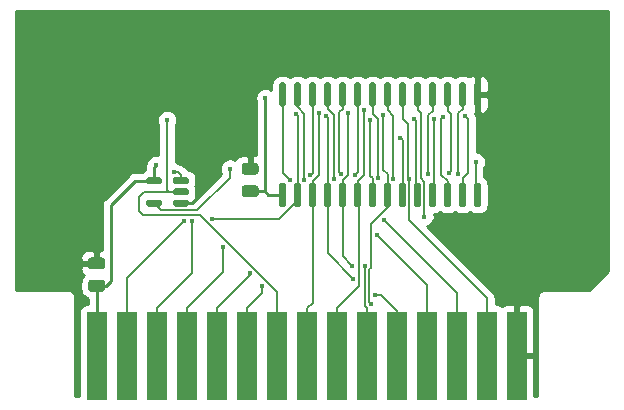
<source format=gbr>
G04 #@! TF.GenerationSoftware,KiCad,Pcbnew,(5.1.8)-1*
G04 #@! TF.CreationDate,2020-11-23T14:08:16+01:00*
G04 #@! TF.ProjectId,MM1_SRAM_64k_A,4d4d315f-5352-4414-9d5f-36346b5f412e,R1*
G04 #@! TF.SameCoordinates,PX6b49d20PY52f83c0*
G04 #@! TF.FileFunction,Copper,L2,Bot*
G04 #@! TF.FilePolarity,Positive*
%FSLAX46Y46*%
G04 Gerber Fmt 4.6, Leading zero omitted, Abs format (unit mm)*
G04 Created by KiCad (PCBNEW (5.1.8)-1) date 2020-11-23 14:08:16*
%MOMM*%
%LPD*%
G01*
G04 APERTURE LIST*
G04 #@! TA.AperFunction,SMDPad,CuDef*
%ADD10R,1.700000X7.500000*%
G04 #@! TD*
G04 #@! TA.AperFunction,ViaPad*
%ADD11C,0.450000*%
G04 #@! TD*
G04 #@! TA.AperFunction,Conductor*
%ADD12C,0.250000*%
G04 #@! TD*
G04 #@! TA.AperFunction,Conductor*
%ADD13C,0.200000*%
G04 #@! TD*
G04 #@! TA.AperFunction,Conductor*
%ADD14C,0.254000*%
G04 #@! TD*
G04 #@! TA.AperFunction,Conductor*
%ADD15C,0.100000*%
G04 #@! TD*
G04 APERTURE END LIST*
G04 #@! TA.AperFunction,SMDPad,CuDef*
G36*
G01*
X23095000Y-15225000D02*
X23395000Y-15225000D01*
G75*
G02*
X23545000Y-15375000I0J-150000D01*
G01*
X23545000Y-17125000D01*
G75*
G02*
X23395000Y-17275000I-150000J0D01*
G01*
X23095000Y-17275000D01*
G75*
G02*
X22945000Y-17125000I0J150000D01*
G01*
X22945000Y-15375000D01*
G75*
G02*
X23095000Y-15225000I150000J0D01*
G01*
G37*
G04 #@! TD.AperFunction*
G04 #@! TA.AperFunction,SMDPad,CuDef*
G36*
G01*
X24365000Y-15225000D02*
X24665000Y-15225000D01*
G75*
G02*
X24815000Y-15375000I0J-150000D01*
G01*
X24815000Y-17125000D01*
G75*
G02*
X24665000Y-17275000I-150000J0D01*
G01*
X24365000Y-17275000D01*
G75*
G02*
X24215000Y-17125000I0J150000D01*
G01*
X24215000Y-15375000D01*
G75*
G02*
X24365000Y-15225000I150000J0D01*
G01*
G37*
G04 #@! TD.AperFunction*
G04 #@! TA.AperFunction,SMDPad,CuDef*
G36*
G01*
X25635000Y-15225000D02*
X25935000Y-15225000D01*
G75*
G02*
X26085000Y-15375000I0J-150000D01*
G01*
X26085000Y-17125000D01*
G75*
G02*
X25935000Y-17275000I-150000J0D01*
G01*
X25635000Y-17275000D01*
G75*
G02*
X25485000Y-17125000I0J150000D01*
G01*
X25485000Y-15375000D01*
G75*
G02*
X25635000Y-15225000I150000J0D01*
G01*
G37*
G04 #@! TD.AperFunction*
G04 #@! TA.AperFunction,SMDPad,CuDef*
G36*
G01*
X26905000Y-15225000D02*
X27205000Y-15225000D01*
G75*
G02*
X27355000Y-15375000I0J-150000D01*
G01*
X27355000Y-17125000D01*
G75*
G02*
X27205000Y-17275000I-150000J0D01*
G01*
X26905000Y-17275000D01*
G75*
G02*
X26755000Y-17125000I0J150000D01*
G01*
X26755000Y-15375000D01*
G75*
G02*
X26905000Y-15225000I150000J0D01*
G01*
G37*
G04 #@! TD.AperFunction*
G04 #@! TA.AperFunction,SMDPad,CuDef*
G36*
G01*
X28175000Y-15225000D02*
X28475000Y-15225000D01*
G75*
G02*
X28625000Y-15375000I0J-150000D01*
G01*
X28625000Y-17125000D01*
G75*
G02*
X28475000Y-17275000I-150000J0D01*
G01*
X28175000Y-17275000D01*
G75*
G02*
X28025000Y-17125000I0J150000D01*
G01*
X28025000Y-15375000D01*
G75*
G02*
X28175000Y-15225000I150000J0D01*
G01*
G37*
G04 #@! TD.AperFunction*
G04 #@! TA.AperFunction,SMDPad,CuDef*
G36*
G01*
X29445000Y-15225000D02*
X29745000Y-15225000D01*
G75*
G02*
X29895000Y-15375000I0J-150000D01*
G01*
X29895000Y-17125000D01*
G75*
G02*
X29745000Y-17275000I-150000J0D01*
G01*
X29445000Y-17275000D01*
G75*
G02*
X29295000Y-17125000I0J150000D01*
G01*
X29295000Y-15375000D01*
G75*
G02*
X29445000Y-15225000I150000J0D01*
G01*
G37*
G04 #@! TD.AperFunction*
G04 #@! TA.AperFunction,SMDPad,CuDef*
G36*
G01*
X30715000Y-15225000D02*
X31015000Y-15225000D01*
G75*
G02*
X31165000Y-15375000I0J-150000D01*
G01*
X31165000Y-17125000D01*
G75*
G02*
X31015000Y-17275000I-150000J0D01*
G01*
X30715000Y-17275000D01*
G75*
G02*
X30565000Y-17125000I0J150000D01*
G01*
X30565000Y-15375000D01*
G75*
G02*
X30715000Y-15225000I150000J0D01*
G01*
G37*
G04 #@! TD.AperFunction*
G04 #@! TA.AperFunction,SMDPad,CuDef*
G36*
G01*
X31985000Y-15225000D02*
X32285000Y-15225000D01*
G75*
G02*
X32435000Y-15375000I0J-150000D01*
G01*
X32435000Y-17125000D01*
G75*
G02*
X32285000Y-17275000I-150000J0D01*
G01*
X31985000Y-17275000D01*
G75*
G02*
X31835000Y-17125000I0J150000D01*
G01*
X31835000Y-15375000D01*
G75*
G02*
X31985000Y-15225000I150000J0D01*
G01*
G37*
G04 #@! TD.AperFunction*
G04 #@! TA.AperFunction,SMDPad,CuDef*
G36*
G01*
X33255000Y-15225000D02*
X33555000Y-15225000D01*
G75*
G02*
X33705000Y-15375000I0J-150000D01*
G01*
X33705000Y-17125000D01*
G75*
G02*
X33555000Y-17275000I-150000J0D01*
G01*
X33255000Y-17275000D01*
G75*
G02*
X33105000Y-17125000I0J150000D01*
G01*
X33105000Y-15375000D01*
G75*
G02*
X33255000Y-15225000I150000J0D01*
G01*
G37*
G04 #@! TD.AperFunction*
G04 #@! TA.AperFunction,SMDPad,CuDef*
G36*
G01*
X34525000Y-15225000D02*
X34825000Y-15225000D01*
G75*
G02*
X34975000Y-15375000I0J-150000D01*
G01*
X34975000Y-17125000D01*
G75*
G02*
X34825000Y-17275000I-150000J0D01*
G01*
X34525000Y-17275000D01*
G75*
G02*
X34375000Y-17125000I0J150000D01*
G01*
X34375000Y-15375000D01*
G75*
G02*
X34525000Y-15225000I150000J0D01*
G01*
G37*
G04 #@! TD.AperFunction*
G04 #@! TA.AperFunction,SMDPad,CuDef*
G36*
G01*
X35795000Y-15225000D02*
X36095000Y-15225000D01*
G75*
G02*
X36245000Y-15375000I0J-150000D01*
G01*
X36245000Y-17125000D01*
G75*
G02*
X36095000Y-17275000I-150000J0D01*
G01*
X35795000Y-17275000D01*
G75*
G02*
X35645000Y-17125000I0J150000D01*
G01*
X35645000Y-15375000D01*
G75*
G02*
X35795000Y-15225000I150000J0D01*
G01*
G37*
G04 #@! TD.AperFunction*
G04 #@! TA.AperFunction,SMDPad,CuDef*
G36*
G01*
X37065000Y-15225000D02*
X37365000Y-15225000D01*
G75*
G02*
X37515000Y-15375000I0J-150000D01*
G01*
X37515000Y-17125000D01*
G75*
G02*
X37365000Y-17275000I-150000J0D01*
G01*
X37065000Y-17275000D01*
G75*
G02*
X36915000Y-17125000I0J150000D01*
G01*
X36915000Y-15375000D01*
G75*
G02*
X37065000Y-15225000I150000J0D01*
G01*
G37*
G04 #@! TD.AperFunction*
G04 #@! TA.AperFunction,SMDPad,CuDef*
G36*
G01*
X38335000Y-15225000D02*
X38635000Y-15225000D01*
G75*
G02*
X38785000Y-15375000I0J-150000D01*
G01*
X38785000Y-17125000D01*
G75*
G02*
X38635000Y-17275000I-150000J0D01*
G01*
X38335000Y-17275000D01*
G75*
G02*
X38185000Y-17125000I0J150000D01*
G01*
X38185000Y-15375000D01*
G75*
G02*
X38335000Y-15225000I150000J0D01*
G01*
G37*
G04 #@! TD.AperFunction*
G04 #@! TA.AperFunction,SMDPad,CuDef*
G36*
G01*
X39605000Y-15225000D02*
X39905000Y-15225000D01*
G75*
G02*
X40055000Y-15375000I0J-150000D01*
G01*
X40055000Y-17125000D01*
G75*
G02*
X39905000Y-17275000I-150000J0D01*
G01*
X39605000Y-17275000D01*
G75*
G02*
X39455000Y-17125000I0J150000D01*
G01*
X39455000Y-15375000D01*
G75*
G02*
X39605000Y-15225000I150000J0D01*
G01*
G37*
G04 #@! TD.AperFunction*
G04 #@! TA.AperFunction,SMDPad,CuDef*
G36*
G01*
X39605000Y-6725000D02*
X39905000Y-6725000D01*
G75*
G02*
X40055000Y-6875000I0J-150000D01*
G01*
X40055000Y-8625000D01*
G75*
G02*
X39905000Y-8775000I-150000J0D01*
G01*
X39605000Y-8775000D01*
G75*
G02*
X39455000Y-8625000I0J150000D01*
G01*
X39455000Y-6875000D01*
G75*
G02*
X39605000Y-6725000I150000J0D01*
G01*
G37*
G04 #@! TD.AperFunction*
G04 #@! TA.AperFunction,SMDPad,CuDef*
G36*
G01*
X38335000Y-6725000D02*
X38635000Y-6725000D01*
G75*
G02*
X38785000Y-6875000I0J-150000D01*
G01*
X38785000Y-8625000D01*
G75*
G02*
X38635000Y-8775000I-150000J0D01*
G01*
X38335000Y-8775000D01*
G75*
G02*
X38185000Y-8625000I0J150000D01*
G01*
X38185000Y-6875000D01*
G75*
G02*
X38335000Y-6725000I150000J0D01*
G01*
G37*
G04 #@! TD.AperFunction*
G04 #@! TA.AperFunction,SMDPad,CuDef*
G36*
G01*
X37065000Y-6725000D02*
X37365000Y-6725000D01*
G75*
G02*
X37515000Y-6875000I0J-150000D01*
G01*
X37515000Y-8625000D01*
G75*
G02*
X37365000Y-8775000I-150000J0D01*
G01*
X37065000Y-8775000D01*
G75*
G02*
X36915000Y-8625000I0J150000D01*
G01*
X36915000Y-6875000D01*
G75*
G02*
X37065000Y-6725000I150000J0D01*
G01*
G37*
G04 #@! TD.AperFunction*
G04 #@! TA.AperFunction,SMDPad,CuDef*
G36*
G01*
X35795000Y-6725000D02*
X36095000Y-6725000D01*
G75*
G02*
X36245000Y-6875000I0J-150000D01*
G01*
X36245000Y-8625000D01*
G75*
G02*
X36095000Y-8775000I-150000J0D01*
G01*
X35795000Y-8775000D01*
G75*
G02*
X35645000Y-8625000I0J150000D01*
G01*
X35645000Y-6875000D01*
G75*
G02*
X35795000Y-6725000I150000J0D01*
G01*
G37*
G04 #@! TD.AperFunction*
G04 #@! TA.AperFunction,SMDPad,CuDef*
G36*
G01*
X34525000Y-6725000D02*
X34825000Y-6725000D01*
G75*
G02*
X34975000Y-6875000I0J-150000D01*
G01*
X34975000Y-8625000D01*
G75*
G02*
X34825000Y-8775000I-150000J0D01*
G01*
X34525000Y-8775000D01*
G75*
G02*
X34375000Y-8625000I0J150000D01*
G01*
X34375000Y-6875000D01*
G75*
G02*
X34525000Y-6725000I150000J0D01*
G01*
G37*
G04 #@! TD.AperFunction*
G04 #@! TA.AperFunction,SMDPad,CuDef*
G36*
G01*
X33255000Y-6725000D02*
X33555000Y-6725000D01*
G75*
G02*
X33705000Y-6875000I0J-150000D01*
G01*
X33705000Y-8625000D01*
G75*
G02*
X33555000Y-8775000I-150000J0D01*
G01*
X33255000Y-8775000D01*
G75*
G02*
X33105000Y-8625000I0J150000D01*
G01*
X33105000Y-6875000D01*
G75*
G02*
X33255000Y-6725000I150000J0D01*
G01*
G37*
G04 #@! TD.AperFunction*
G04 #@! TA.AperFunction,SMDPad,CuDef*
G36*
G01*
X31985000Y-6725000D02*
X32285000Y-6725000D01*
G75*
G02*
X32435000Y-6875000I0J-150000D01*
G01*
X32435000Y-8625000D01*
G75*
G02*
X32285000Y-8775000I-150000J0D01*
G01*
X31985000Y-8775000D01*
G75*
G02*
X31835000Y-8625000I0J150000D01*
G01*
X31835000Y-6875000D01*
G75*
G02*
X31985000Y-6725000I150000J0D01*
G01*
G37*
G04 #@! TD.AperFunction*
G04 #@! TA.AperFunction,SMDPad,CuDef*
G36*
G01*
X30715000Y-6725000D02*
X31015000Y-6725000D01*
G75*
G02*
X31165000Y-6875000I0J-150000D01*
G01*
X31165000Y-8625000D01*
G75*
G02*
X31015000Y-8775000I-150000J0D01*
G01*
X30715000Y-8775000D01*
G75*
G02*
X30565000Y-8625000I0J150000D01*
G01*
X30565000Y-6875000D01*
G75*
G02*
X30715000Y-6725000I150000J0D01*
G01*
G37*
G04 #@! TD.AperFunction*
G04 #@! TA.AperFunction,SMDPad,CuDef*
G36*
G01*
X29445000Y-6725000D02*
X29745000Y-6725000D01*
G75*
G02*
X29895000Y-6875000I0J-150000D01*
G01*
X29895000Y-8625000D01*
G75*
G02*
X29745000Y-8775000I-150000J0D01*
G01*
X29445000Y-8775000D01*
G75*
G02*
X29295000Y-8625000I0J150000D01*
G01*
X29295000Y-6875000D01*
G75*
G02*
X29445000Y-6725000I150000J0D01*
G01*
G37*
G04 #@! TD.AperFunction*
G04 #@! TA.AperFunction,SMDPad,CuDef*
G36*
G01*
X28175000Y-6725000D02*
X28475000Y-6725000D01*
G75*
G02*
X28625000Y-6875000I0J-150000D01*
G01*
X28625000Y-8625000D01*
G75*
G02*
X28475000Y-8775000I-150000J0D01*
G01*
X28175000Y-8775000D01*
G75*
G02*
X28025000Y-8625000I0J150000D01*
G01*
X28025000Y-6875000D01*
G75*
G02*
X28175000Y-6725000I150000J0D01*
G01*
G37*
G04 #@! TD.AperFunction*
G04 #@! TA.AperFunction,SMDPad,CuDef*
G36*
G01*
X26905000Y-6725000D02*
X27205000Y-6725000D01*
G75*
G02*
X27355000Y-6875000I0J-150000D01*
G01*
X27355000Y-8625000D01*
G75*
G02*
X27205000Y-8775000I-150000J0D01*
G01*
X26905000Y-8775000D01*
G75*
G02*
X26755000Y-8625000I0J150000D01*
G01*
X26755000Y-6875000D01*
G75*
G02*
X26905000Y-6725000I150000J0D01*
G01*
G37*
G04 #@! TD.AperFunction*
G04 #@! TA.AperFunction,SMDPad,CuDef*
G36*
G01*
X25635000Y-6725000D02*
X25935000Y-6725000D01*
G75*
G02*
X26085000Y-6875000I0J-150000D01*
G01*
X26085000Y-8625000D01*
G75*
G02*
X25935000Y-8775000I-150000J0D01*
G01*
X25635000Y-8775000D01*
G75*
G02*
X25485000Y-8625000I0J150000D01*
G01*
X25485000Y-6875000D01*
G75*
G02*
X25635000Y-6725000I150000J0D01*
G01*
G37*
G04 #@! TD.AperFunction*
G04 #@! TA.AperFunction,SMDPad,CuDef*
G36*
G01*
X24365000Y-6725000D02*
X24665000Y-6725000D01*
G75*
G02*
X24815000Y-6875000I0J-150000D01*
G01*
X24815000Y-8625000D01*
G75*
G02*
X24665000Y-8775000I-150000J0D01*
G01*
X24365000Y-8775000D01*
G75*
G02*
X24215000Y-8625000I0J150000D01*
G01*
X24215000Y-6875000D01*
G75*
G02*
X24365000Y-6725000I150000J0D01*
G01*
G37*
G04 #@! TD.AperFunction*
G04 #@! TA.AperFunction,SMDPad,CuDef*
G36*
G01*
X23095000Y-6725000D02*
X23395000Y-6725000D01*
G75*
G02*
X23545000Y-6875000I0J-150000D01*
G01*
X23545000Y-8625000D01*
G75*
G02*
X23395000Y-8775000I-150000J0D01*
G01*
X23095000Y-8775000D01*
G75*
G02*
X22945000Y-8625000I0J150000D01*
G01*
X22945000Y-6875000D01*
G75*
G02*
X23095000Y-6725000I150000J0D01*
G01*
G37*
G04 #@! TD.AperFunction*
D10*
X7530000Y-29890000D03*
X10070000Y-29890000D03*
X12610000Y-29890000D03*
X15150000Y-29890000D03*
X17690000Y-29890000D03*
X20230000Y-29890000D03*
X22770000Y-29890000D03*
X25310000Y-29890000D03*
X27850000Y-29890000D03*
X30390000Y-29890000D03*
X32930000Y-29890000D03*
X35470000Y-29890000D03*
X38010000Y-29890000D03*
X40550000Y-29890000D03*
X43090000Y-29890000D03*
G04 #@! TA.AperFunction,SMDPad,CuDef*
G36*
G01*
X7025000Y-21550000D02*
X7975000Y-21550000D01*
G75*
G02*
X8225000Y-21800000I0J-250000D01*
G01*
X8225000Y-22300000D01*
G75*
G02*
X7975000Y-22550000I-250000J0D01*
G01*
X7025000Y-22550000D01*
G75*
G02*
X6775000Y-22300000I0J250000D01*
G01*
X6775000Y-21800000D01*
G75*
G02*
X7025000Y-21550000I250000J0D01*
G01*
G37*
G04 #@! TD.AperFunction*
G04 #@! TA.AperFunction,SMDPad,CuDef*
G36*
G01*
X7025000Y-23450000D02*
X7975000Y-23450000D01*
G75*
G02*
X8225000Y-23700000I0J-250000D01*
G01*
X8225000Y-24200000D01*
G75*
G02*
X7975000Y-24450000I-250000J0D01*
G01*
X7025000Y-24450000D01*
G75*
G02*
X6775000Y-24200000I0J250000D01*
G01*
X6775000Y-23700000D01*
G75*
G02*
X7025000Y-23450000I250000J0D01*
G01*
G37*
G04 #@! TD.AperFunction*
G04 #@! TA.AperFunction,SMDPad,CuDef*
G36*
G01*
X20975000Y-14550000D02*
X20025000Y-14550000D01*
G75*
G02*
X19775000Y-14300000I0J250000D01*
G01*
X19775000Y-13800000D01*
G75*
G02*
X20025000Y-13550000I250000J0D01*
G01*
X20975000Y-13550000D01*
G75*
G02*
X21225000Y-13800000I0J-250000D01*
G01*
X21225000Y-14300000D01*
G75*
G02*
X20975000Y-14550000I-250000J0D01*
G01*
G37*
G04 #@! TD.AperFunction*
G04 #@! TA.AperFunction,SMDPad,CuDef*
G36*
G01*
X20975000Y-16450000D02*
X20025000Y-16450000D01*
G75*
G02*
X19775000Y-16200000I0J250000D01*
G01*
X19775000Y-15700000D01*
G75*
G02*
X20025000Y-15450000I250000J0D01*
G01*
X20975000Y-15450000D01*
G75*
G02*
X21225000Y-15700000I0J-250000D01*
G01*
X21225000Y-16200000D01*
G75*
G02*
X20975000Y-16450000I-250000J0D01*
G01*
G37*
G04 #@! TD.AperFunction*
G04 #@! TA.AperFunction,SMDPad,CuDef*
G36*
G01*
X15300000Y-14900000D02*
X15300000Y-15200000D01*
G75*
G02*
X15150000Y-15350000I-150000J0D01*
G01*
X14125000Y-15350000D01*
G75*
G02*
X13975000Y-15200000I0J150000D01*
G01*
X13975000Y-14900000D01*
G75*
G02*
X14125000Y-14750000I150000J0D01*
G01*
X15150000Y-14750000D01*
G75*
G02*
X15300000Y-14900000I0J-150000D01*
G01*
G37*
G04 #@! TD.AperFunction*
G04 #@! TA.AperFunction,SMDPad,CuDef*
G36*
G01*
X15300000Y-15850000D02*
X15300000Y-16150000D01*
G75*
G02*
X15150000Y-16300000I-150000J0D01*
G01*
X14125000Y-16300000D01*
G75*
G02*
X13975000Y-16150000I0J150000D01*
G01*
X13975000Y-15850000D01*
G75*
G02*
X14125000Y-15700000I150000J0D01*
G01*
X15150000Y-15700000D01*
G75*
G02*
X15300000Y-15850000I0J-150000D01*
G01*
G37*
G04 #@! TD.AperFunction*
G04 #@! TA.AperFunction,SMDPad,CuDef*
G36*
G01*
X15300000Y-16800000D02*
X15300000Y-17100000D01*
G75*
G02*
X15150000Y-17250000I-150000J0D01*
G01*
X14125000Y-17250000D01*
G75*
G02*
X13975000Y-17100000I0J150000D01*
G01*
X13975000Y-16800000D01*
G75*
G02*
X14125000Y-16650000I150000J0D01*
G01*
X15150000Y-16650000D01*
G75*
G02*
X15300000Y-16800000I0J-150000D01*
G01*
G37*
G04 #@! TD.AperFunction*
G04 #@! TA.AperFunction,SMDPad,CuDef*
G36*
G01*
X13025000Y-16800000D02*
X13025000Y-17100000D01*
G75*
G02*
X12875000Y-17250000I-150000J0D01*
G01*
X11850000Y-17250000D01*
G75*
G02*
X11700000Y-17100000I0J150000D01*
G01*
X11700000Y-16800000D01*
G75*
G02*
X11850000Y-16650000I150000J0D01*
G01*
X12875000Y-16650000D01*
G75*
G02*
X13025000Y-16800000I0J-150000D01*
G01*
G37*
G04 #@! TD.AperFunction*
G04 #@! TA.AperFunction,SMDPad,CuDef*
G36*
G01*
X13025000Y-14900000D02*
X13025000Y-15200000D01*
G75*
G02*
X12875000Y-15350000I-150000J0D01*
G01*
X11850000Y-15350000D01*
G75*
G02*
X11700000Y-15200000I0J150000D01*
G01*
X11700000Y-14900000D01*
G75*
G02*
X11850000Y-14750000I150000J0D01*
G01*
X12875000Y-14750000D01*
G75*
G02*
X13025000Y-14900000I0J-150000D01*
G01*
G37*
G04 #@! TD.AperFunction*
D11*
X41486200Y-15931200D03*
X18460000Y-10320000D03*
X21791600Y-8050000D03*
X12549700Y-13734600D03*
X14935900Y-18450700D03*
X30691500Y-9919500D03*
X14023100Y-14321900D03*
X15577000Y-18471400D03*
X34405500Y-9826700D03*
X17311100Y-18265200D03*
X24411885Y-9439078D03*
X18217600Y-20632700D03*
X36825500Y-9634800D03*
X36053600Y-9801800D03*
X20474600Y-22880300D03*
X39608600Y-13470500D03*
X38735964Y-9568228D03*
X21523900Y-23947400D03*
X37304241Y-14440049D03*
X38137847Y-14497960D03*
X35539600Y-14499900D03*
X13468300Y-9920100D03*
X26306000Y-9342400D03*
X23866100Y-14994100D03*
X30105300Y-9075000D03*
X25063500Y-14978400D03*
X30194500Y-22263900D03*
X29162300Y-22263900D03*
X28787700Y-9347749D03*
X30752900Y-25496800D03*
X31766580Y-9520401D03*
X31111800Y-24712100D03*
X25595145Y-14550663D03*
X29224100Y-23352900D03*
X26919392Y-9553585D03*
X31220300Y-19662100D03*
X28157441Y-14478367D03*
X27570200Y-14948600D03*
X31824700Y-18349300D03*
X31367732Y-14797087D03*
X29408263Y-14538144D03*
X33928800Y-14925800D03*
X32640010Y-14891631D03*
X35255300Y-18084700D03*
X18777600Y-14031100D03*
X33230500Y-11420400D03*
D12*
X39755000Y-7750000D02*
X39755000Y-7263600D01*
X14637500Y-16950000D02*
X15550000Y-16950000D01*
X15550000Y-16950000D02*
X16570000Y-15930000D01*
X16570000Y-12210000D02*
X18460000Y-10320000D01*
X16570000Y-15930000D02*
X16570000Y-12210000D01*
X21748000Y-15950000D02*
X21748000Y-8093600D01*
X21748000Y-8093600D02*
X21791600Y-8050000D01*
X23245000Y-16250000D02*
X22048000Y-16250000D01*
X22048000Y-16250000D02*
X21748000Y-15950000D01*
X21748000Y-15950000D02*
X20500000Y-15950000D01*
X7530000Y-23950000D02*
X7530000Y-29890000D01*
X7530000Y-23950000D02*
X7500000Y-23950000D01*
X12362500Y-15050000D02*
X12362500Y-13921800D01*
X12362500Y-13921800D02*
X12549700Y-13734600D01*
X10780000Y-15050000D02*
X12362500Y-15050000D01*
X7500000Y-23950000D02*
X8280000Y-23950000D01*
X8280000Y-23950000D02*
X8700000Y-23530000D01*
X8700000Y-17130000D02*
X10780000Y-15050000D01*
X8700000Y-23530000D02*
X8700000Y-17130000D01*
D13*
X14935900Y-18450700D02*
X10070000Y-23316600D01*
X10070000Y-23316600D02*
X10070000Y-29890000D01*
X30865000Y-14845000D02*
X30691500Y-14671500D01*
X30865000Y-16250000D02*
X30865000Y-14845000D01*
X30691500Y-14671500D02*
X30691500Y-9919500D01*
X14637500Y-15050000D02*
X14637500Y-14537500D01*
X14421900Y-14321900D02*
X14023100Y-14321900D01*
X14637500Y-14537500D02*
X14421900Y-14321900D01*
X15577000Y-18471400D02*
X15577000Y-22892700D01*
X15577000Y-22892700D02*
X12610000Y-25859700D01*
X12610000Y-29890000D02*
X12610000Y-25859700D01*
X34675000Y-16250000D02*
X34564000Y-16139000D01*
X34564000Y-16139000D02*
X34564000Y-9985200D01*
X34564000Y-9985200D02*
X34405500Y-9826700D01*
X24515000Y-16250000D02*
X24515000Y-16716700D01*
X24515000Y-16716700D02*
X22966500Y-18265200D01*
X22966500Y-18265200D02*
X17311100Y-18265200D01*
X24515000Y-9542193D02*
X24411885Y-9439078D01*
X24515000Y-16250000D02*
X24515000Y-9542193D01*
X15150000Y-25859700D02*
X18217600Y-22792100D01*
X18217600Y-22792100D02*
X18217600Y-20632700D01*
X15150000Y-29890000D02*
X15150000Y-25859700D01*
X36825500Y-9634800D02*
X36683200Y-9777100D01*
X37215000Y-16250000D02*
X37215000Y-15065000D01*
X36683200Y-9777100D02*
X36683200Y-14533200D01*
X37215000Y-15065000D02*
X36683200Y-14533200D01*
X35945000Y-16250000D02*
X36053600Y-16141400D01*
X36053600Y-16141400D02*
X36053600Y-9801800D01*
X17690000Y-25859700D02*
X20474600Y-23075100D01*
X20474600Y-23075100D02*
X20474600Y-22880300D01*
X39755000Y-16250000D02*
X39608600Y-16103600D01*
X39608600Y-16103600D02*
X39608600Y-13470500D01*
X17690000Y-29890000D02*
X17690000Y-25859700D01*
X38960963Y-9793227D02*
X38735964Y-9568228D01*
X38485000Y-16250000D02*
X38485000Y-14865000D01*
X38960963Y-14389037D02*
X38960963Y-9793227D01*
X38485000Y-14865000D02*
X38960963Y-14389037D01*
X20230000Y-25859700D02*
X21523900Y-24565800D01*
X21523900Y-24565800D02*
X21523900Y-23947400D01*
X20230000Y-29890000D02*
X20230000Y-25859700D01*
X37515000Y-14229290D02*
X37304241Y-14440049D01*
X37215000Y-9115000D02*
X37515000Y-9415000D01*
X37215000Y-7750000D02*
X37215000Y-9115000D01*
X37515000Y-9415000D02*
X37515000Y-14229290D01*
X38485000Y-8970694D02*
X38137847Y-9317847D01*
X38485000Y-7750000D02*
X38485000Y-8970694D01*
X38137847Y-9317847D02*
X38137847Y-14497960D01*
X35945000Y-9124200D02*
X35539600Y-9529600D01*
X35945000Y-7750000D02*
X35945000Y-9124200D01*
X35539600Y-9529600D02*
X35539600Y-14499900D01*
X11438600Y-17938600D02*
X16247900Y-17938600D01*
X16247900Y-17938600D02*
X22770000Y-24460700D01*
X22770000Y-24460700D02*
X22770000Y-29890000D01*
X14637500Y-16000000D02*
X14186400Y-16000000D01*
X11530000Y-16000000D02*
X11100000Y-16430000D01*
X11100000Y-16430000D02*
X11100000Y-17600000D01*
X11100000Y-17600000D02*
X11438600Y-17938600D01*
X13468300Y-15998300D02*
X13470000Y-16000000D01*
X13470000Y-16000000D02*
X13350000Y-16000000D01*
X13468300Y-9920100D02*
X13468300Y-15811700D01*
X13350000Y-16000000D02*
X11530000Y-16000000D01*
X13468300Y-15811700D02*
X13468300Y-15998300D01*
X13610000Y-16000000D02*
X13470000Y-16000000D01*
X14637500Y-16000000D02*
X13610000Y-16000000D01*
X13468300Y-15881700D02*
X13350000Y-16000000D01*
X13468300Y-15811700D02*
X13468300Y-15881700D01*
X13468300Y-15858300D02*
X13610000Y-16000000D01*
X13468300Y-15811700D02*
X13468300Y-15858300D01*
X25310000Y-29890000D02*
X25310000Y-25859700D01*
X25785000Y-16250000D02*
X25785000Y-25384700D01*
X25785000Y-25384700D02*
X25310000Y-25859700D01*
X25785000Y-15075000D02*
X26306000Y-14554000D01*
X25785000Y-16250000D02*
X25785000Y-15075000D01*
X26306000Y-9342400D02*
X26306000Y-14554000D01*
X23245000Y-7750000D02*
X23245000Y-14373000D01*
X23245000Y-14373000D02*
X23866100Y-14994100D01*
X27850000Y-29890000D02*
X27850000Y-25859700D01*
X29595000Y-16250000D02*
X29689000Y-16344000D01*
X29689000Y-16344000D02*
X29689000Y-22964800D01*
X29689000Y-22964800D02*
X29751500Y-23027300D01*
X29751500Y-23027300D02*
X29751500Y-23958200D01*
X29751500Y-23958200D02*
X27850000Y-25859700D01*
X29595000Y-15065600D02*
X30105300Y-14555300D01*
X30105300Y-14555300D02*
X30105300Y-9075000D01*
X29595000Y-16250000D02*
X29595000Y-15065600D01*
X24515000Y-8828000D02*
X25063500Y-9376500D01*
X24515000Y-7750000D02*
X24515000Y-8828000D01*
X25063500Y-9376500D02*
X25063500Y-14978400D01*
X28325000Y-16250000D02*
X28325000Y-21426600D01*
X28325000Y-21426600D02*
X29162300Y-22263900D01*
X30390000Y-29890000D02*
X30390000Y-25859700D01*
X30194500Y-22263900D02*
X30194500Y-25664200D01*
X30194500Y-25664200D02*
X30390000Y-25859700D01*
X28325000Y-15025000D02*
X28787700Y-14562300D01*
X28325000Y-16250000D02*
X28325000Y-15025000D01*
X28787700Y-14562300D02*
X28787700Y-9347749D01*
X30752900Y-25496800D02*
X30606500Y-25350400D01*
X30606500Y-25350400D02*
X30606500Y-22566500D01*
X30606500Y-22566500D02*
X30699800Y-22473200D01*
X30699800Y-22473200D02*
X30699800Y-18705500D01*
X30699800Y-18705500D02*
X32135000Y-17270300D01*
X32135000Y-17270300D02*
X32135000Y-16250000D01*
X32135000Y-16250000D02*
X32135000Y-14525000D01*
X31766580Y-9520401D02*
X31766580Y-14156580D01*
X31766580Y-14156580D02*
X32135000Y-14525000D01*
X31572100Y-24712100D02*
X32930000Y-26070000D01*
X31111800Y-24712100D02*
X31572100Y-24712100D01*
X32930000Y-29890000D02*
X32930000Y-26070000D01*
X25785000Y-7750000D02*
X25785000Y-14360808D01*
X25785000Y-14360808D02*
X25595145Y-14550663D01*
X27055000Y-16250000D02*
X27055000Y-21183800D01*
X27055000Y-21183800D02*
X29224100Y-23352900D01*
X27055000Y-9689193D02*
X26919392Y-9553585D01*
X27055000Y-16250000D02*
X27055000Y-9689193D01*
X35470000Y-29890000D02*
X35470000Y-23911800D01*
X35470000Y-23911800D02*
X31220300Y-19662100D01*
X28025000Y-14345926D02*
X28157441Y-14478367D01*
X28325000Y-8945000D02*
X28025000Y-9245000D01*
X28325000Y-7750000D02*
X28325000Y-8945000D01*
X28025000Y-9245000D02*
X28025000Y-14345926D01*
X27055000Y-7750000D02*
X27055000Y-8975000D01*
X27055000Y-8975000D02*
X27570200Y-9490200D01*
X27570200Y-9490200D02*
X27570200Y-14948600D01*
X38010000Y-29890000D02*
X38010000Y-24534600D01*
X38010000Y-24534600D02*
X31824700Y-18349300D01*
X30865000Y-7750000D02*
X30865000Y-9366223D01*
X31367732Y-9868955D02*
X31367732Y-14797087D01*
X30865000Y-9366223D02*
X31367732Y-9868955D01*
X29595000Y-7750000D02*
X29595000Y-14351407D01*
X29595000Y-14351407D02*
X29408263Y-14538144D01*
X33866500Y-14863500D02*
X33928800Y-14925800D01*
X40550000Y-29890000D02*
X40550000Y-24984900D01*
X40550000Y-24984900D02*
X33986000Y-18420900D01*
X33986000Y-18420900D02*
X33986000Y-14983000D01*
X33986000Y-14983000D02*
X33928800Y-14925800D01*
X33405000Y-9795000D02*
X33866500Y-10256500D01*
X33405000Y-7750000D02*
X33405000Y-9795000D01*
X33866500Y-10256500D02*
X33866500Y-14863500D01*
X32135000Y-9085000D02*
X32640010Y-9590010D01*
X32135000Y-7750000D02*
X32135000Y-9085000D01*
X32640010Y-9590010D02*
X32640010Y-14891631D01*
X34944400Y-14822700D02*
X35255900Y-15134200D01*
X35255900Y-15134200D02*
X35255900Y-18084100D01*
X34675000Y-9075000D02*
X34944400Y-9344400D01*
X34675000Y-7750000D02*
X34675000Y-9075000D01*
X34944400Y-9344400D02*
X34944400Y-14822700D01*
X35255900Y-18084100D02*
X35255300Y-18084700D01*
X18777600Y-14782400D02*
X18777600Y-14031100D01*
X16005400Y-17554600D02*
X18777600Y-14782400D01*
X12967100Y-17554600D02*
X16005400Y-17554600D01*
X12362500Y-16950000D02*
X12967100Y-17554600D01*
X33405000Y-11594900D02*
X33230500Y-11420400D01*
X33405000Y-16250000D02*
X33405000Y-11594900D01*
D14*
X50790000Y-22705908D02*
X49205909Y-24290000D01*
X45534877Y-24290000D01*
X45500000Y-24286565D01*
X45360816Y-24300273D01*
X45226980Y-24340872D01*
X45103637Y-24406800D01*
X44995525Y-24495525D01*
X44906800Y-24603637D01*
X44840872Y-24726980D01*
X44800273Y-24860816D01*
X44786565Y-25000000D01*
X44790000Y-25034876D01*
X44790001Y-33290000D01*
X44577762Y-33290000D01*
X44575000Y-30175750D01*
X44416250Y-30017000D01*
X43217000Y-30017000D01*
X43217000Y-30037000D01*
X42963000Y-30037000D01*
X42963000Y-30017000D01*
X42943000Y-30017000D01*
X42943000Y-29763000D01*
X42963000Y-29763000D01*
X42963000Y-25663750D01*
X43217000Y-25663750D01*
X43217000Y-29763000D01*
X44416250Y-29763000D01*
X44575000Y-29604250D01*
X44578072Y-26140000D01*
X44565812Y-26015518D01*
X44529502Y-25895820D01*
X44470537Y-25785506D01*
X44391185Y-25688815D01*
X44294494Y-25609463D01*
X44184180Y-25550498D01*
X44064482Y-25514188D01*
X43940000Y-25501928D01*
X43375750Y-25505000D01*
X43217000Y-25663750D01*
X42963000Y-25663750D01*
X42804250Y-25505000D01*
X42240000Y-25501928D01*
X42115518Y-25514188D01*
X41995820Y-25550498D01*
X41885506Y-25609463D01*
X41820000Y-25663222D01*
X41754494Y-25609463D01*
X41644180Y-25550498D01*
X41524482Y-25514188D01*
X41400000Y-25501928D01*
X41285000Y-25501928D01*
X41285000Y-25021005D01*
X41288556Y-24984900D01*
X41274365Y-24840815D01*
X41254203Y-24774351D01*
X41232337Y-24702267D01*
X41164087Y-24574580D01*
X41072238Y-24462662D01*
X41044193Y-24439646D01*
X35513255Y-18908709D01*
X35662663Y-18846822D01*
X35803518Y-18752705D01*
X35923305Y-18632918D01*
X36017422Y-18492063D01*
X36082251Y-18335553D01*
X36115300Y-18169403D01*
X36115300Y-17999997D01*
X36097952Y-17912781D01*
X36248745Y-17897929D01*
X36396582Y-17853084D01*
X36532829Y-17780258D01*
X36580000Y-17741546D01*
X36627171Y-17780258D01*
X36763418Y-17853084D01*
X36911255Y-17897929D01*
X37065000Y-17913072D01*
X37365000Y-17913072D01*
X37518745Y-17897929D01*
X37666582Y-17853084D01*
X37802829Y-17780258D01*
X37850000Y-17741546D01*
X37897171Y-17780258D01*
X38033418Y-17853084D01*
X38181255Y-17897929D01*
X38335000Y-17913072D01*
X38635000Y-17913072D01*
X38788745Y-17897929D01*
X38936582Y-17853084D01*
X39072829Y-17780258D01*
X39120000Y-17741546D01*
X39167171Y-17780258D01*
X39303418Y-17853084D01*
X39451255Y-17897929D01*
X39605000Y-17913072D01*
X39905000Y-17913072D01*
X40058745Y-17897929D01*
X40206582Y-17853084D01*
X40342829Y-17780258D01*
X40462251Y-17682251D01*
X40560258Y-17562829D01*
X40633084Y-17426582D01*
X40677929Y-17278745D01*
X40693072Y-17125000D01*
X40693072Y-15375000D01*
X40677929Y-15221255D01*
X40633084Y-15073418D01*
X40560258Y-14937171D01*
X40462251Y-14817749D01*
X40343600Y-14720375D01*
X40343600Y-13918454D01*
X40370722Y-13877863D01*
X40435551Y-13721353D01*
X40468600Y-13555203D01*
X40468600Y-13385797D01*
X40435551Y-13219647D01*
X40370722Y-13063137D01*
X40276605Y-12922282D01*
X40156818Y-12802495D01*
X40015963Y-12708378D01*
X39859453Y-12643549D01*
X39695963Y-12611029D01*
X39695963Y-9829332D01*
X39699519Y-9793227D01*
X39685328Y-9649142D01*
X39643300Y-9510594D01*
X39633859Y-9492932D01*
X39576483Y-9385589D01*
X39562915Y-9317375D01*
X39562610Y-9316640D01*
X39628000Y-9251250D01*
X39628000Y-7877000D01*
X39882000Y-7877000D01*
X39882000Y-9251250D01*
X40040750Y-9410000D01*
X40055000Y-9413072D01*
X40179482Y-9400812D01*
X40299180Y-9364502D01*
X40409494Y-9305537D01*
X40506185Y-9226185D01*
X40585537Y-9129494D01*
X40644502Y-9019180D01*
X40680812Y-8899482D01*
X40693072Y-8775000D01*
X40690000Y-8035750D01*
X40531250Y-7877000D01*
X39882000Y-7877000D01*
X39628000Y-7877000D01*
X39608000Y-7877000D01*
X39608000Y-7623000D01*
X39628000Y-7623000D01*
X39628000Y-6248750D01*
X39882000Y-6248750D01*
X39882000Y-7623000D01*
X40531250Y-7623000D01*
X40690000Y-7464250D01*
X40693072Y-6725000D01*
X40680812Y-6600518D01*
X40644502Y-6480820D01*
X40585537Y-6370506D01*
X40506185Y-6273815D01*
X40409494Y-6194463D01*
X40299180Y-6135498D01*
X40179482Y-6099188D01*
X40055000Y-6086928D01*
X40040750Y-6090000D01*
X39882000Y-6248750D01*
X39628000Y-6248750D01*
X39469250Y-6090000D01*
X39455000Y-6086928D01*
X39330518Y-6099188D01*
X39210820Y-6135498D01*
X39100506Y-6194463D01*
X39070936Y-6218730D01*
X38936582Y-6146916D01*
X38788745Y-6102071D01*
X38635000Y-6086928D01*
X38335000Y-6086928D01*
X38181255Y-6102071D01*
X38033418Y-6146916D01*
X37897171Y-6219742D01*
X37850000Y-6258454D01*
X37802829Y-6219742D01*
X37666582Y-6146916D01*
X37518745Y-6102071D01*
X37365000Y-6086928D01*
X37065000Y-6086928D01*
X36911255Y-6102071D01*
X36763418Y-6146916D01*
X36627171Y-6219742D01*
X36580000Y-6258454D01*
X36532829Y-6219742D01*
X36396582Y-6146916D01*
X36248745Y-6102071D01*
X36095000Y-6086928D01*
X35795000Y-6086928D01*
X35641255Y-6102071D01*
X35493418Y-6146916D01*
X35357171Y-6219742D01*
X35310000Y-6258454D01*
X35262829Y-6219742D01*
X35126582Y-6146916D01*
X34978745Y-6102071D01*
X34825000Y-6086928D01*
X34525000Y-6086928D01*
X34371255Y-6102071D01*
X34223418Y-6146916D01*
X34087171Y-6219742D01*
X34040000Y-6258454D01*
X33992829Y-6219742D01*
X33856582Y-6146916D01*
X33708745Y-6102071D01*
X33555000Y-6086928D01*
X33255000Y-6086928D01*
X33101255Y-6102071D01*
X32953418Y-6146916D01*
X32817171Y-6219742D01*
X32770000Y-6258454D01*
X32722829Y-6219742D01*
X32586582Y-6146916D01*
X32438745Y-6102071D01*
X32285000Y-6086928D01*
X31985000Y-6086928D01*
X31831255Y-6102071D01*
X31683418Y-6146916D01*
X31547171Y-6219742D01*
X31500000Y-6258454D01*
X31452829Y-6219742D01*
X31316582Y-6146916D01*
X31168745Y-6102071D01*
X31015000Y-6086928D01*
X30715000Y-6086928D01*
X30561255Y-6102071D01*
X30413418Y-6146916D01*
X30277171Y-6219742D01*
X30230000Y-6258454D01*
X30182829Y-6219742D01*
X30046582Y-6146916D01*
X29898745Y-6102071D01*
X29745000Y-6086928D01*
X29445000Y-6086928D01*
X29291255Y-6102071D01*
X29143418Y-6146916D01*
X29007171Y-6219742D01*
X28960000Y-6258454D01*
X28912829Y-6219742D01*
X28776582Y-6146916D01*
X28628745Y-6102071D01*
X28475000Y-6086928D01*
X28175000Y-6086928D01*
X28021255Y-6102071D01*
X27873418Y-6146916D01*
X27737171Y-6219742D01*
X27690000Y-6258454D01*
X27642829Y-6219742D01*
X27506582Y-6146916D01*
X27358745Y-6102071D01*
X27205000Y-6086928D01*
X26905000Y-6086928D01*
X26751255Y-6102071D01*
X26603418Y-6146916D01*
X26467171Y-6219742D01*
X26420000Y-6258454D01*
X26372829Y-6219742D01*
X26236582Y-6146916D01*
X26088745Y-6102071D01*
X25935000Y-6086928D01*
X25635000Y-6086928D01*
X25481255Y-6102071D01*
X25333418Y-6146916D01*
X25197171Y-6219742D01*
X25150000Y-6258454D01*
X25102829Y-6219742D01*
X24966582Y-6146916D01*
X24818745Y-6102071D01*
X24665000Y-6086928D01*
X24365000Y-6086928D01*
X24211255Y-6102071D01*
X24063418Y-6146916D01*
X23927171Y-6219742D01*
X23880000Y-6258454D01*
X23832829Y-6219742D01*
X23696582Y-6146916D01*
X23548745Y-6102071D01*
X23395000Y-6086928D01*
X23095000Y-6086928D01*
X22941255Y-6102071D01*
X22793418Y-6146916D01*
X22657171Y-6219742D01*
X22537749Y-6317749D01*
X22439742Y-6437171D01*
X22366916Y-6573418D01*
X22322071Y-6721255D01*
X22306928Y-6875000D01*
X22306928Y-7360018D01*
X22198963Y-7287878D01*
X22042453Y-7223049D01*
X21876303Y-7190000D01*
X21706897Y-7190000D01*
X21540747Y-7223049D01*
X21384237Y-7287878D01*
X21243382Y-7381995D01*
X21123595Y-7501782D01*
X21029478Y-7642637D01*
X20964649Y-7799147D01*
X20931600Y-7965297D01*
X20931600Y-8134703D01*
X20964649Y-8300853D01*
X20988001Y-8357229D01*
X20988000Y-12913586D01*
X20785750Y-12915000D01*
X20627000Y-13073750D01*
X20627000Y-13923000D01*
X20647000Y-13923000D01*
X20647000Y-14177000D01*
X20627000Y-14177000D01*
X20627000Y-14197000D01*
X20373000Y-14197000D01*
X20373000Y-14177000D01*
X20353000Y-14177000D01*
X20353000Y-13923000D01*
X20373000Y-13923000D01*
X20373000Y-13073750D01*
X20214250Y-12915000D01*
X19775000Y-12911928D01*
X19650518Y-12924188D01*
X19530820Y-12960498D01*
X19420506Y-13019463D01*
X19323815Y-13098815D01*
X19244463Y-13195506D01*
X19199868Y-13278937D01*
X19184963Y-13268978D01*
X19028453Y-13204149D01*
X18862303Y-13171100D01*
X18692897Y-13171100D01*
X18526747Y-13204149D01*
X18370237Y-13268978D01*
X18229382Y-13363095D01*
X18109595Y-13482882D01*
X18015478Y-13623737D01*
X17950649Y-13780247D01*
X17917600Y-13946397D01*
X17917600Y-14115803D01*
X17950649Y-14281953D01*
X18015478Y-14438463D01*
X18042159Y-14478394D01*
X15932018Y-16588535D01*
X15925812Y-16525518D01*
X15890734Y-16409881D01*
X15922929Y-16303745D01*
X15938072Y-16150000D01*
X15938072Y-15850000D01*
X15922929Y-15696255D01*
X15878084Y-15548418D01*
X15865567Y-15525000D01*
X15878084Y-15501582D01*
X15922929Y-15353745D01*
X15938072Y-15200000D01*
X15938072Y-14900000D01*
X15922929Y-14746255D01*
X15878084Y-14598418D01*
X15805258Y-14462171D01*
X15707251Y-14342749D01*
X15587829Y-14244742D01*
X15451582Y-14171916D01*
X15303745Y-14127071D01*
X15246903Y-14121472D01*
X15159738Y-14015262D01*
X15131687Y-13992241D01*
X14967159Y-13827713D01*
X14944138Y-13799662D01*
X14832220Y-13707813D01*
X14704533Y-13639563D01*
X14565985Y-13597535D01*
X14473310Y-13588407D01*
X14430463Y-13559778D01*
X14273953Y-13494949D01*
X14203300Y-13480895D01*
X14203300Y-10368054D01*
X14230422Y-10327463D01*
X14295251Y-10170953D01*
X14328300Y-10004803D01*
X14328300Y-9835397D01*
X14295251Y-9669247D01*
X14230422Y-9512737D01*
X14136305Y-9371882D01*
X14016518Y-9252095D01*
X13875663Y-9157978D01*
X13719153Y-9093149D01*
X13553003Y-9060100D01*
X13383597Y-9060100D01*
X13217447Y-9093149D01*
X13060937Y-9157978D01*
X12920082Y-9252095D01*
X12800295Y-9371882D01*
X12706178Y-9512737D01*
X12641349Y-9669247D01*
X12608300Y-9835397D01*
X12608300Y-10004803D01*
X12641349Y-10170953D01*
X12706178Y-10327463D01*
X12733300Y-10368054D01*
X12733301Y-12894272D01*
X12634403Y-12874600D01*
X12464997Y-12874600D01*
X12298847Y-12907649D01*
X12142337Y-12972478D01*
X12001482Y-13066595D01*
X11881695Y-13186382D01*
X11787578Y-13327237D01*
X11722749Y-13483747D01*
X11715553Y-13519924D01*
X11656954Y-13629554D01*
X11633553Y-13706701D01*
X11613498Y-13772814D01*
X11607870Y-13829955D01*
X11598824Y-13921800D01*
X11602501Y-13959132D01*
X11602501Y-14155510D01*
X11548418Y-14171916D01*
X11412171Y-14244742D01*
X11357024Y-14290000D01*
X10817322Y-14290000D01*
X10779999Y-14286324D01*
X10742676Y-14290000D01*
X10742667Y-14290000D01*
X10631014Y-14300997D01*
X10487753Y-14344454D01*
X10355724Y-14415026D01*
X10239999Y-14509999D01*
X10216201Y-14538997D01*
X8188998Y-16566201D01*
X8160000Y-16589999D01*
X8136202Y-16618997D01*
X8136201Y-16618998D01*
X8065026Y-16705724D01*
X7994454Y-16837754D01*
X7965764Y-16932336D01*
X7950998Y-16981014D01*
X7943178Y-17060407D01*
X7936324Y-17130000D01*
X7940001Y-17167332D01*
X7940000Y-20913921D01*
X7785750Y-20915000D01*
X7627000Y-21073750D01*
X7627000Y-21923000D01*
X7647000Y-21923000D01*
X7647000Y-22177000D01*
X7627000Y-22177000D01*
X7627000Y-22197000D01*
X7373000Y-22197000D01*
X7373000Y-22177000D01*
X6298750Y-22177000D01*
X6140000Y-22335750D01*
X6136928Y-22550000D01*
X6149188Y-22674482D01*
X6185498Y-22794180D01*
X6244463Y-22904494D01*
X6323815Y-23001185D01*
X6403594Y-23066658D01*
X6397038Y-23072038D01*
X6286595Y-23206614D01*
X6204528Y-23360150D01*
X6153992Y-23526746D01*
X6136928Y-23700000D01*
X6136928Y-24200000D01*
X6153992Y-24373254D01*
X6204528Y-24539850D01*
X6286595Y-24693386D01*
X6397038Y-24827962D01*
X6531614Y-24938405D01*
X6685150Y-25020472D01*
X6770000Y-25046211D01*
X6770000Y-25501928D01*
X6680000Y-25501928D01*
X6555518Y-25514188D01*
X6435820Y-25550498D01*
X6325506Y-25609463D01*
X6228815Y-25688815D01*
X6149463Y-25785506D01*
X6090498Y-25895820D01*
X6054188Y-26015518D01*
X6041928Y-26140000D01*
X6041928Y-33290000D01*
X5710000Y-33290000D01*
X5710000Y-25034876D01*
X5713435Y-25000000D01*
X5699727Y-24860816D01*
X5659128Y-24726980D01*
X5593200Y-24603637D01*
X5504475Y-24495525D01*
X5396363Y-24406800D01*
X5273020Y-24340872D01*
X5139184Y-24300273D01*
X5034877Y-24290000D01*
X5000000Y-24286565D01*
X4965123Y-24290000D01*
X710000Y-24290000D01*
X710000Y-21550000D01*
X6136928Y-21550000D01*
X6140000Y-21764250D01*
X6298750Y-21923000D01*
X7373000Y-21923000D01*
X7373000Y-21073750D01*
X7214250Y-20915000D01*
X6775000Y-20911928D01*
X6650518Y-20924188D01*
X6530820Y-20960498D01*
X6420506Y-21019463D01*
X6323815Y-21098815D01*
X6244463Y-21195506D01*
X6185498Y-21305820D01*
X6149188Y-21425518D01*
X6136928Y-21550000D01*
X710000Y-21550000D01*
X710000Y-710000D01*
X50790001Y-710000D01*
X50790000Y-22705908D01*
G04 #@! TA.AperFunction,Conductor*
D15*
G36*
X50790000Y-22705908D02*
G01*
X49205909Y-24290000D01*
X45534877Y-24290000D01*
X45500000Y-24286565D01*
X45360816Y-24300273D01*
X45226980Y-24340872D01*
X45103637Y-24406800D01*
X44995525Y-24495525D01*
X44906800Y-24603637D01*
X44840872Y-24726980D01*
X44800273Y-24860816D01*
X44786565Y-25000000D01*
X44790000Y-25034876D01*
X44790001Y-33290000D01*
X44577762Y-33290000D01*
X44575000Y-30175750D01*
X44416250Y-30017000D01*
X43217000Y-30017000D01*
X43217000Y-30037000D01*
X42963000Y-30037000D01*
X42963000Y-30017000D01*
X42943000Y-30017000D01*
X42943000Y-29763000D01*
X42963000Y-29763000D01*
X42963000Y-25663750D01*
X43217000Y-25663750D01*
X43217000Y-29763000D01*
X44416250Y-29763000D01*
X44575000Y-29604250D01*
X44578072Y-26140000D01*
X44565812Y-26015518D01*
X44529502Y-25895820D01*
X44470537Y-25785506D01*
X44391185Y-25688815D01*
X44294494Y-25609463D01*
X44184180Y-25550498D01*
X44064482Y-25514188D01*
X43940000Y-25501928D01*
X43375750Y-25505000D01*
X43217000Y-25663750D01*
X42963000Y-25663750D01*
X42804250Y-25505000D01*
X42240000Y-25501928D01*
X42115518Y-25514188D01*
X41995820Y-25550498D01*
X41885506Y-25609463D01*
X41820000Y-25663222D01*
X41754494Y-25609463D01*
X41644180Y-25550498D01*
X41524482Y-25514188D01*
X41400000Y-25501928D01*
X41285000Y-25501928D01*
X41285000Y-25021005D01*
X41288556Y-24984900D01*
X41274365Y-24840815D01*
X41254203Y-24774351D01*
X41232337Y-24702267D01*
X41164087Y-24574580D01*
X41072238Y-24462662D01*
X41044193Y-24439646D01*
X35513255Y-18908709D01*
X35662663Y-18846822D01*
X35803518Y-18752705D01*
X35923305Y-18632918D01*
X36017422Y-18492063D01*
X36082251Y-18335553D01*
X36115300Y-18169403D01*
X36115300Y-17999997D01*
X36097952Y-17912781D01*
X36248745Y-17897929D01*
X36396582Y-17853084D01*
X36532829Y-17780258D01*
X36580000Y-17741546D01*
X36627171Y-17780258D01*
X36763418Y-17853084D01*
X36911255Y-17897929D01*
X37065000Y-17913072D01*
X37365000Y-17913072D01*
X37518745Y-17897929D01*
X37666582Y-17853084D01*
X37802829Y-17780258D01*
X37850000Y-17741546D01*
X37897171Y-17780258D01*
X38033418Y-17853084D01*
X38181255Y-17897929D01*
X38335000Y-17913072D01*
X38635000Y-17913072D01*
X38788745Y-17897929D01*
X38936582Y-17853084D01*
X39072829Y-17780258D01*
X39120000Y-17741546D01*
X39167171Y-17780258D01*
X39303418Y-17853084D01*
X39451255Y-17897929D01*
X39605000Y-17913072D01*
X39905000Y-17913072D01*
X40058745Y-17897929D01*
X40206582Y-17853084D01*
X40342829Y-17780258D01*
X40462251Y-17682251D01*
X40560258Y-17562829D01*
X40633084Y-17426582D01*
X40677929Y-17278745D01*
X40693072Y-17125000D01*
X40693072Y-15375000D01*
X40677929Y-15221255D01*
X40633084Y-15073418D01*
X40560258Y-14937171D01*
X40462251Y-14817749D01*
X40343600Y-14720375D01*
X40343600Y-13918454D01*
X40370722Y-13877863D01*
X40435551Y-13721353D01*
X40468600Y-13555203D01*
X40468600Y-13385797D01*
X40435551Y-13219647D01*
X40370722Y-13063137D01*
X40276605Y-12922282D01*
X40156818Y-12802495D01*
X40015963Y-12708378D01*
X39859453Y-12643549D01*
X39695963Y-12611029D01*
X39695963Y-9829332D01*
X39699519Y-9793227D01*
X39685328Y-9649142D01*
X39643300Y-9510594D01*
X39633859Y-9492932D01*
X39576483Y-9385589D01*
X39562915Y-9317375D01*
X39562610Y-9316640D01*
X39628000Y-9251250D01*
X39628000Y-7877000D01*
X39882000Y-7877000D01*
X39882000Y-9251250D01*
X40040750Y-9410000D01*
X40055000Y-9413072D01*
X40179482Y-9400812D01*
X40299180Y-9364502D01*
X40409494Y-9305537D01*
X40506185Y-9226185D01*
X40585537Y-9129494D01*
X40644502Y-9019180D01*
X40680812Y-8899482D01*
X40693072Y-8775000D01*
X40690000Y-8035750D01*
X40531250Y-7877000D01*
X39882000Y-7877000D01*
X39628000Y-7877000D01*
X39608000Y-7877000D01*
X39608000Y-7623000D01*
X39628000Y-7623000D01*
X39628000Y-6248750D01*
X39882000Y-6248750D01*
X39882000Y-7623000D01*
X40531250Y-7623000D01*
X40690000Y-7464250D01*
X40693072Y-6725000D01*
X40680812Y-6600518D01*
X40644502Y-6480820D01*
X40585537Y-6370506D01*
X40506185Y-6273815D01*
X40409494Y-6194463D01*
X40299180Y-6135498D01*
X40179482Y-6099188D01*
X40055000Y-6086928D01*
X40040750Y-6090000D01*
X39882000Y-6248750D01*
X39628000Y-6248750D01*
X39469250Y-6090000D01*
X39455000Y-6086928D01*
X39330518Y-6099188D01*
X39210820Y-6135498D01*
X39100506Y-6194463D01*
X39070936Y-6218730D01*
X38936582Y-6146916D01*
X38788745Y-6102071D01*
X38635000Y-6086928D01*
X38335000Y-6086928D01*
X38181255Y-6102071D01*
X38033418Y-6146916D01*
X37897171Y-6219742D01*
X37850000Y-6258454D01*
X37802829Y-6219742D01*
X37666582Y-6146916D01*
X37518745Y-6102071D01*
X37365000Y-6086928D01*
X37065000Y-6086928D01*
X36911255Y-6102071D01*
X36763418Y-6146916D01*
X36627171Y-6219742D01*
X36580000Y-6258454D01*
X36532829Y-6219742D01*
X36396582Y-6146916D01*
X36248745Y-6102071D01*
X36095000Y-6086928D01*
X35795000Y-6086928D01*
X35641255Y-6102071D01*
X35493418Y-6146916D01*
X35357171Y-6219742D01*
X35310000Y-6258454D01*
X35262829Y-6219742D01*
X35126582Y-6146916D01*
X34978745Y-6102071D01*
X34825000Y-6086928D01*
X34525000Y-6086928D01*
X34371255Y-6102071D01*
X34223418Y-6146916D01*
X34087171Y-6219742D01*
X34040000Y-6258454D01*
X33992829Y-6219742D01*
X33856582Y-6146916D01*
X33708745Y-6102071D01*
X33555000Y-6086928D01*
X33255000Y-6086928D01*
X33101255Y-6102071D01*
X32953418Y-6146916D01*
X32817171Y-6219742D01*
X32770000Y-6258454D01*
X32722829Y-6219742D01*
X32586582Y-6146916D01*
X32438745Y-6102071D01*
X32285000Y-6086928D01*
X31985000Y-6086928D01*
X31831255Y-6102071D01*
X31683418Y-6146916D01*
X31547171Y-6219742D01*
X31500000Y-6258454D01*
X31452829Y-6219742D01*
X31316582Y-6146916D01*
X31168745Y-6102071D01*
X31015000Y-6086928D01*
X30715000Y-6086928D01*
X30561255Y-6102071D01*
X30413418Y-6146916D01*
X30277171Y-6219742D01*
X30230000Y-6258454D01*
X30182829Y-6219742D01*
X30046582Y-6146916D01*
X29898745Y-6102071D01*
X29745000Y-6086928D01*
X29445000Y-6086928D01*
X29291255Y-6102071D01*
X29143418Y-6146916D01*
X29007171Y-6219742D01*
X28960000Y-6258454D01*
X28912829Y-6219742D01*
X28776582Y-6146916D01*
X28628745Y-6102071D01*
X28475000Y-6086928D01*
X28175000Y-6086928D01*
X28021255Y-6102071D01*
X27873418Y-6146916D01*
X27737171Y-6219742D01*
X27690000Y-6258454D01*
X27642829Y-6219742D01*
X27506582Y-6146916D01*
X27358745Y-6102071D01*
X27205000Y-6086928D01*
X26905000Y-6086928D01*
X26751255Y-6102071D01*
X26603418Y-6146916D01*
X26467171Y-6219742D01*
X26420000Y-6258454D01*
X26372829Y-6219742D01*
X26236582Y-6146916D01*
X26088745Y-6102071D01*
X25935000Y-6086928D01*
X25635000Y-6086928D01*
X25481255Y-6102071D01*
X25333418Y-6146916D01*
X25197171Y-6219742D01*
X25150000Y-6258454D01*
X25102829Y-6219742D01*
X24966582Y-6146916D01*
X24818745Y-6102071D01*
X24665000Y-6086928D01*
X24365000Y-6086928D01*
X24211255Y-6102071D01*
X24063418Y-6146916D01*
X23927171Y-6219742D01*
X23880000Y-6258454D01*
X23832829Y-6219742D01*
X23696582Y-6146916D01*
X23548745Y-6102071D01*
X23395000Y-6086928D01*
X23095000Y-6086928D01*
X22941255Y-6102071D01*
X22793418Y-6146916D01*
X22657171Y-6219742D01*
X22537749Y-6317749D01*
X22439742Y-6437171D01*
X22366916Y-6573418D01*
X22322071Y-6721255D01*
X22306928Y-6875000D01*
X22306928Y-7360018D01*
X22198963Y-7287878D01*
X22042453Y-7223049D01*
X21876303Y-7190000D01*
X21706897Y-7190000D01*
X21540747Y-7223049D01*
X21384237Y-7287878D01*
X21243382Y-7381995D01*
X21123595Y-7501782D01*
X21029478Y-7642637D01*
X20964649Y-7799147D01*
X20931600Y-7965297D01*
X20931600Y-8134703D01*
X20964649Y-8300853D01*
X20988001Y-8357229D01*
X20988000Y-12913586D01*
X20785750Y-12915000D01*
X20627000Y-13073750D01*
X20627000Y-13923000D01*
X20647000Y-13923000D01*
X20647000Y-14177000D01*
X20627000Y-14177000D01*
X20627000Y-14197000D01*
X20373000Y-14197000D01*
X20373000Y-14177000D01*
X20353000Y-14177000D01*
X20353000Y-13923000D01*
X20373000Y-13923000D01*
X20373000Y-13073750D01*
X20214250Y-12915000D01*
X19775000Y-12911928D01*
X19650518Y-12924188D01*
X19530820Y-12960498D01*
X19420506Y-13019463D01*
X19323815Y-13098815D01*
X19244463Y-13195506D01*
X19199868Y-13278937D01*
X19184963Y-13268978D01*
X19028453Y-13204149D01*
X18862303Y-13171100D01*
X18692897Y-13171100D01*
X18526747Y-13204149D01*
X18370237Y-13268978D01*
X18229382Y-13363095D01*
X18109595Y-13482882D01*
X18015478Y-13623737D01*
X17950649Y-13780247D01*
X17917600Y-13946397D01*
X17917600Y-14115803D01*
X17950649Y-14281953D01*
X18015478Y-14438463D01*
X18042159Y-14478394D01*
X15932018Y-16588535D01*
X15925812Y-16525518D01*
X15890734Y-16409881D01*
X15922929Y-16303745D01*
X15938072Y-16150000D01*
X15938072Y-15850000D01*
X15922929Y-15696255D01*
X15878084Y-15548418D01*
X15865567Y-15525000D01*
X15878084Y-15501582D01*
X15922929Y-15353745D01*
X15938072Y-15200000D01*
X15938072Y-14900000D01*
X15922929Y-14746255D01*
X15878084Y-14598418D01*
X15805258Y-14462171D01*
X15707251Y-14342749D01*
X15587829Y-14244742D01*
X15451582Y-14171916D01*
X15303745Y-14127071D01*
X15246903Y-14121472D01*
X15159738Y-14015262D01*
X15131687Y-13992241D01*
X14967159Y-13827713D01*
X14944138Y-13799662D01*
X14832220Y-13707813D01*
X14704533Y-13639563D01*
X14565985Y-13597535D01*
X14473310Y-13588407D01*
X14430463Y-13559778D01*
X14273953Y-13494949D01*
X14203300Y-13480895D01*
X14203300Y-10368054D01*
X14230422Y-10327463D01*
X14295251Y-10170953D01*
X14328300Y-10004803D01*
X14328300Y-9835397D01*
X14295251Y-9669247D01*
X14230422Y-9512737D01*
X14136305Y-9371882D01*
X14016518Y-9252095D01*
X13875663Y-9157978D01*
X13719153Y-9093149D01*
X13553003Y-9060100D01*
X13383597Y-9060100D01*
X13217447Y-9093149D01*
X13060937Y-9157978D01*
X12920082Y-9252095D01*
X12800295Y-9371882D01*
X12706178Y-9512737D01*
X12641349Y-9669247D01*
X12608300Y-9835397D01*
X12608300Y-10004803D01*
X12641349Y-10170953D01*
X12706178Y-10327463D01*
X12733300Y-10368054D01*
X12733301Y-12894272D01*
X12634403Y-12874600D01*
X12464997Y-12874600D01*
X12298847Y-12907649D01*
X12142337Y-12972478D01*
X12001482Y-13066595D01*
X11881695Y-13186382D01*
X11787578Y-13327237D01*
X11722749Y-13483747D01*
X11715553Y-13519924D01*
X11656954Y-13629554D01*
X11633553Y-13706701D01*
X11613498Y-13772814D01*
X11607870Y-13829955D01*
X11598824Y-13921800D01*
X11602501Y-13959132D01*
X11602501Y-14155510D01*
X11548418Y-14171916D01*
X11412171Y-14244742D01*
X11357024Y-14290000D01*
X10817322Y-14290000D01*
X10779999Y-14286324D01*
X10742676Y-14290000D01*
X10742667Y-14290000D01*
X10631014Y-14300997D01*
X10487753Y-14344454D01*
X10355724Y-14415026D01*
X10239999Y-14509999D01*
X10216201Y-14538997D01*
X8188998Y-16566201D01*
X8160000Y-16589999D01*
X8136202Y-16618997D01*
X8136201Y-16618998D01*
X8065026Y-16705724D01*
X7994454Y-16837754D01*
X7965764Y-16932336D01*
X7950998Y-16981014D01*
X7943178Y-17060407D01*
X7936324Y-17130000D01*
X7940001Y-17167332D01*
X7940000Y-20913921D01*
X7785750Y-20915000D01*
X7627000Y-21073750D01*
X7627000Y-21923000D01*
X7647000Y-21923000D01*
X7647000Y-22177000D01*
X7627000Y-22177000D01*
X7627000Y-22197000D01*
X7373000Y-22197000D01*
X7373000Y-22177000D01*
X6298750Y-22177000D01*
X6140000Y-22335750D01*
X6136928Y-22550000D01*
X6149188Y-22674482D01*
X6185498Y-22794180D01*
X6244463Y-22904494D01*
X6323815Y-23001185D01*
X6403594Y-23066658D01*
X6397038Y-23072038D01*
X6286595Y-23206614D01*
X6204528Y-23360150D01*
X6153992Y-23526746D01*
X6136928Y-23700000D01*
X6136928Y-24200000D01*
X6153992Y-24373254D01*
X6204528Y-24539850D01*
X6286595Y-24693386D01*
X6397038Y-24827962D01*
X6531614Y-24938405D01*
X6685150Y-25020472D01*
X6770000Y-25046211D01*
X6770000Y-25501928D01*
X6680000Y-25501928D01*
X6555518Y-25514188D01*
X6435820Y-25550498D01*
X6325506Y-25609463D01*
X6228815Y-25688815D01*
X6149463Y-25785506D01*
X6090498Y-25895820D01*
X6054188Y-26015518D01*
X6041928Y-26140000D01*
X6041928Y-33290000D01*
X5710000Y-33290000D01*
X5710000Y-25034876D01*
X5713435Y-25000000D01*
X5699727Y-24860816D01*
X5659128Y-24726980D01*
X5593200Y-24603637D01*
X5504475Y-24495525D01*
X5396363Y-24406800D01*
X5273020Y-24340872D01*
X5139184Y-24300273D01*
X5034877Y-24290000D01*
X5000000Y-24286565D01*
X4965123Y-24290000D01*
X710000Y-24290000D01*
X710000Y-21550000D01*
X6136928Y-21550000D01*
X6140000Y-21764250D01*
X6298750Y-21923000D01*
X7373000Y-21923000D01*
X7373000Y-21073750D01*
X7214250Y-20915000D01*
X6775000Y-20911928D01*
X6650518Y-20924188D01*
X6530820Y-20960498D01*
X6420506Y-21019463D01*
X6323815Y-21098815D01*
X6244463Y-21195506D01*
X6185498Y-21305820D01*
X6149188Y-21425518D01*
X6136928Y-21550000D01*
X710000Y-21550000D01*
X710000Y-710000D01*
X50790001Y-710000D01*
X50790000Y-22705908D01*
G37*
G04 #@! TD.AperFunction*
M02*

</source>
